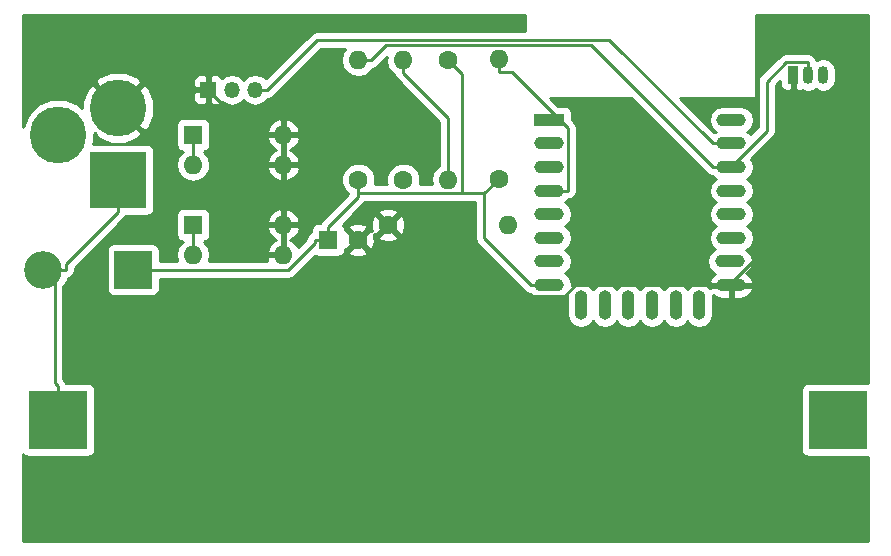
<source format=gbr>
G04 #@! TF.FileFunction,Copper,L2,Bot,Signal*
%FSLAX46Y46*%
G04 Gerber Fmt 4.6, Leading zero omitted, Abs format (unit mm)*
G04 Created by KiCad (PCBNEW 4.0.6+dfsg1-1) date Thu Nov  9 23:11:41 2017*
%MOMM*%
%LPD*%
G01*
G04 APERTURE LIST*
%ADD10C,0.100000*%
%ADD11R,5.000000X5.000000*%
%ADD12R,1.600000X1.600000*%
%ADD13C,1.600000*%
%ADD14R,3.200000X3.200000*%
%ADD15O,3.200000X3.200000*%
%ADD16R,1.350000X1.350000*%
%ADD17O,1.350000X1.350000*%
%ADD18C,4.800000*%
%ADD19R,4.800000X4.800000*%
%ADD20O,1.600000X1.600000*%
%ADD21R,2.500000X1.100000*%
%ADD22O,2.500000X1.100000*%
%ADD23O,1.100000X2.500000*%
%ADD24O,0.899160X1.501140*%
%ADD25R,0.899160X1.501140*%
%ADD26C,0.250000*%
%ADD27C,0.254000*%
G04 APERTURE END LIST*
D10*
D11*
X158750000Y-105410000D03*
X92710000Y-105410000D03*
D12*
X115570000Y-90170000D03*
D13*
X118070000Y-90170000D03*
D14*
X99060000Y-92710000D03*
D15*
X91440000Y-92710000D03*
D16*
X105410000Y-77470000D03*
D17*
X107410000Y-77470000D03*
X109410000Y-77470000D03*
D18*
X97790000Y-78990000D03*
D19*
X97790000Y-85090000D03*
D18*
X92710000Y-81280000D03*
D13*
X130000000Y-85000000D03*
D20*
X130000000Y-74840000D03*
D13*
X125730000Y-74930000D03*
D20*
X125730000Y-85090000D03*
D13*
X121920000Y-85090000D03*
D20*
X121920000Y-74930000D03*
D13*
X118110000Y-85090000D03*
D20*
X118110000Y-74930000D03*
D13*
X120650000Y-88900000D03*
D20*
X130810000Y-88900000D03*
D12*
X104140000Y-81280000D03*
D20*
X111760000Y-83820000D03*
X104140000Y-83820000D03*
X111760000Y-81280000D03*
D12*
X104140000Y-88900000D03*
D20*
X111760000Y-91440000D03*
X104140000Y-91440000D03*
X111760000Y-88900000D03*
D21*
X134300000Y-80000000D03*
D22*
X134300000Y-82000000D03*
X134300000Y-84000000D03*
X134300000Y-86000000D03*
X134300000Y-88000000D03*
X134300000Y-90000000D03*
X134300000Y-92000000D03*
X134300000Y-94000000D03*
X149700000Y-94000000D03*
X149600000Y-92000000D03*
X149700000Y-90000000D03*
X149700000Y-88000000D03*
X149700000Y-86000000D03*
X149700000Y-84000000D03*
X149700000Y-82000000D03*
X149700000Y-80000000D03*
D23*
X136990000Y-95700000D03*
X138990000Y-95700000D03*
X140990000Y-95700000D03*
X142990000Y-95700000D03*
X144990000Y-95700000D03*
X146990000Y-95700000D03*
D24*
X156210000Y-76200000D03*
X157480000Y-76200000D03*
D25*
X154940000Y-76200000D03*
D26*
X93365300Y-92240000D02*
X93365300Y-92710000D01*
X97790000Y-87815300D02*
X93365300Y-92240000D01*
X97790000Y-85090000D02*
X97790000Y-87815300D01*
X91440000Y-92710000D02*
X92402700Y-92710000D01*
X92402700Y-92710000D02*
X93365300Y-92710000D01*
X92402700Y-102277400D02*
X92710000Y-102584700D01*
X92402700Y-92710000D02*
X92402700Y-102277400D01*
X92710000Y-105410000D02*
X92710000Y-102584700D01*
X111760000Y-91440000D02*
X111760000Y-88900000D01*
X111760000Y-88900000D02*
X111760000Y-83820000D01*
X111760000Y-81280000D02*
X111760000Y-83820000D01*
X109220000Y-81280000D02*
X111760000Y-81280000D01*
X105410000Y-77470000D02*
X109220000Y-81280000D01*
X149542900Y-94000000D02*
X149000000Y-94000000D01*
X154940000Y-88602900D02*
X149542900Y-94000000D01*
X154940000Y-76200000D02*
X154940000Y-88602900D01*
X126636100Y-94886100D02*
X120650000Y-88900000D01*
X135607800Y-94886100D02*
X126636100Y-94886100D01*
X136493900Y-94000000D02*
X135607800Y-94886100D01*
X149000000Y-94000000D02*
X136493900Y-94000000D01*
X115570000Y-90170000D02*
X115570000Y-89044700D01*
X114444700Y-90451300D02*
X114444700Y-90170000D01*
X112186000Y-92710000D02*
X114444700Y-90451300D01*
X99060000Y-92710000D02*
X112186000Y-92710000D01*
X115570000Y-90170000D02*
X114444700Y-90170000D01*
X118110000Y-86504700D02*
X118110000Y-86239400D01*
X115570000Y-89044700D02*
X118110000Y-86504700D01*
X118110000Y-86239400D02*
X118110000Y-85090000D01*
X135000000Y-94000000D02*
X132724700Y-94000000D01*
X128760600Y-90035900D02*
X132724700Y-94000000D01*
X128760600Y-86239400D02*
X128760600Y-90035900D01*
X130000000Y-85000000D02*
X128760600Y-86239400D01*
X126922800Y-76122800D02*
X125730000Y-74930000D01*
X126922800Y-86239400D02*
X126922800Y-76122800D01*
X128760600Y-86239400D02*
X126922800Y-86239400D01*
X126922800Y-86239400D02*
X118110000Y-86239400D01*
X114631900Y-73248400D02*
X110410300Y-77470000D01*
X139373100Y-73248400D02*
X114631900Y-73248400D01*
X148124700Y-82000000D02*
X139373100Y-73248400D01*
X149000000Y-82000000D02*
X148124700Y-82000000D01*
X109410000Y-77470000D02*
X110410300Y-77470000D01*
X104140000Y-83820000D02*
X104140000Y-81280000D01*
X135000000Y-80000000D02*
X135160000Y-80000000D01*
X131125300Y-75965300D02*
X130000000Y-75965300D01*
X135160000Y-80000000D02*
X131125300Y-75965300D01*
X130000000Y-74840000D02*
X130000000Y-75965300D01*
X135875300Y-80715300D02*
X135160000Y-80000000D01*
X135875300Y-86000000D02*
X135875300Y-80715300D01*
X135000000Y-86000000D02*
X135875300Y-86000000D01*
X104140000Y-91440000D02*
X104140000Y-88900000D01*
X125730000Y-79865300D02*
X121920000Y-76055300D01*
X125730000Y-85090000D02*
X125730000Y-79865300D01*
X121920000Y-74930000D02*
X121920000Y-76055300D01*
X156210000Y-76200000D02*
X156210000Y-75124100D01*
X149642000Y-84000000D02*
X149000000Y-84000000D01*
X152692100Y-80949900D02*
X149642000Y-84000000D01*
X152692100Y-76781300D02*
X152692100Y-80949900D01*
X154349300Y-75124100D02*
X152692100Y-76781300D01*
X156210000Y-75124100D02*
X154349300Y-75124100D01*
X120465500Y-73699800D02*
X119235300Y-74930000D01*
X137824500Y-73699800D02*
X120465500Y-73699800D01*
X148124700Y-84000000D02*
X137824500Y-73699800D01*
X149000000Y-84000000D02*
X148124700Y-84000000D01*
X118110000Y-74930000D02*
X119235300Y-74930000D01*
D27*
G36*
X132273000Y-72488400D02*
X114631900Y-72488400D01*
X114341061Y-72546252D01*
X114094499Y-72710999D01*
X110307034Y-76498464D01*
X109911315Y-76234054D01*
X109410000Y-76134336D01*
X108908685Y-76234054D01*
X108483690Y-76518026D01*
X108410000Y-76628311D01*
X108336310Y-76518026D01*
X107911315Y-76234054D01*
X107410000Y-76134336D01*
X106908685Y-76234054D01*
X106616986Y-76428961D01*
X106444699Y-76256673D01*
X106211310Y-76160000D01*
X105695750Y-76160000D01*
X105537000Y-76318750D01*
X105537000Y-77343000D01*
X105557000Y-77343000D01*
X105557000Y-77597000D01*
X105537000Y-77597000D01*
X105537000Y-78621250D01*
X105695750Y-78780000D01*
X106211310Y-78780000D01*
X106444699Y-78683327D01*
X106616986Y-78511039D01*
X106908685Y-78705946D01*
X107410000Y-78805664D01*
X107911315Y-78705946D01*
X108336310Y-78421974D01*
X108410000Y-78311689D01*
X108483690Y-78421974D01*
X108908685Y-78705946D01*
X109410000Y-78805664D01*
X109911315Y-78705946D01*
X110336310Y-78421974D01*
X110472903Y-78217547D01*
X110701139Y-78172148D01*
X110947701Y-78007401D01*
X114946702Y-74008400D01*
X117014311Y-74008400D01*
X116784233Y-74352736D01*
X116675000Y-74901887D01*
X116675000Y-74958113D01*
X116784233Y-75507264D01*
X117095302Y-75972811D01*
X117560849Y-76283880D01*
X118110000Y-76393113D01*
X118659151Y-76283880D01*
X119124698Y-75972811D01*
X119325679Y-75672022D01*
X119526139Y-75632148D01*
X119772701Y-75467401D01*
X120521447Y-74718655D01*
X120485000Y-74901887D01*
X120485000Y-74958113D01*
X120594233Y-75507264D01*
X120905302Y-75972811D01*
X121180118Y-76156437D01*
X121217852Y-76346139D01*
X121382599Y-76592701D01*
X124970000Y-80180102D01*
X124970000Y-83877005D01*
X124715302Y-84047189D01*
X124404233Y-84512736D01*
X124295000Y-85061887D01*
X124295000Y-85118113D01*
X124366865Y-85479400D01*
X123312101Y-85479400D01*
X123354750Y-85376691D01*
X123355248Y-84805813D01*
X123137243Y-84278200D01*
X122733923Y-83874176D01*
X122206691Y-83655250D01*
X121635813Y-83654752D01*
X121108200Y-83872757D01*
X120704176Y-84276077D01*
X120485250Y-84803309D01*
X120484752Y-85374187D01*
X120528225Y-85479400D01*
X119502101Y-85479400D01*
X119544750Y-85376691D01*
X119545248Y-84805813D01*
X119327243Y-84278200D01*
X118923923Y-83874176D01*
X118396691Y-83655250D01*
X117825813Y-83654752D01*
X117298200Y-83872757D01*
X116894176Y-84276077D01*
X116675250Y-84803309D01*
X116674752Y-85374187D01*
X116892757Y-85901800D01*
X117265103Y-86274795D01*
X115032599Y-88507299D01*
X114888767Y-88722560D01*
X114770000Y-88722560D01*
X114534683Y-88766838D01*
X114318559Y-88905910D01*
X114173569Y-89118110D01*
X114122560Y-89370000D01*
X114122560Y-89488767D01*
X113907299Y-89632599D01*
X113742552Y-89879161D01*
X113693019Y-90128179D01*
X113028407Y-90792791D01*
X112991041Y-90702577D01*
X112615134Y-90287611D01*
X112366633Y-90170000D01*
X112615134Y-90052389D01*
X112991041Y-89637423D01*
X113151904Y-89249039D01*
X113029915Y-89027000D01*
X111887000Y-89027000D01*
X111887000Y-91313000D01*
X111907000Y-91313000D01*
X111907000Y-91567000D01*
X111887000Y-91567000D01*
X111887000Y-91587000D01*
X111633000Y-91587000D01*
X111633000Y-91567000D01*
X110490085Y-91567000D01*
X110368096Y-91789039D01*
X110434764Y-91950000D01*
X105501668Y-91950000D01*
X105603113Y-91440000D01*
X105493880Y-90890849D01*
X105182811Y-90425302D01*
X105038535Y-90328899D01*
X105175317Y-90303162D01*
X105391441Y-90164090D01*
X105536431Y-89951890D01*
X105587440Y-89700000D01*
X105587440Y-89249039D01*
X110368096Y-89249039D01*
X110528959Y-89637423D01*
X110904866Y-90052389D01*
X111153367Y-90170000D01*
X110904866Y-90287611D01*
X110528959Y-90702577D01*
X110368096Y-91090961D01*
X110490085Y-91313000D01*
X111633000Y-91313000D01*
X111633000Y-89027000D01*
X110490085Y-89027000D01*
X110368096Y-89249039D01*
X105587440Y-89249039D01*
X105587440Y-88550961D01*
X110368096Y-88550961D01*
X110490085Y-88773000D01*
X111633000Y-88773000D01*
X111633000Y-87629371D01*
X111887000Y-87629371D01*
X111887000Y-88773000D01*
X113029915Y-88773000D01*
X113151904Y-88550961D01*
X112991041Y-88162577D01*
X112615134Y-87747611D01*
X112109041Y-87508086D01*
X111887000Y-87629371D01*
X111633000Y-87629371D01*
X111410959Y-87508086D01*
X110904866Y-87747611D01*
X110528959Y-88162577D01*
X110368096Y-88550961D01*
X105587440Y-88550961D01*
X105587440Y-88100000D01*
X105543162Y-87864683D01*
X105404090Y-87648559D01*
X105191890Y-87503569D01*
X104940000Y-87452560D01*
X103340000Y-87452560D01*
X103104683Y-87496838D01*
X102888559Y-87635910D01*
X102743569Y-87848110D01*
X102692560Y-88100000D01*
X102692560Y-89700000D01*
X102736838Y-89935317D01*
X102875910Y-90151441D01*
X103088110Y-90296431D01*
X103243089Y-90327815D01*
X103097189Y-90425302D01*
X102786120Y-90890849D01*
X102676887Y-91440000D01*
X102778332Y-91950000D01*
X101307440Y-91950000D01*
X101307440Y-91110000D01*
X101263162Y-90874683D01*
X101124090Y-90658559D01*
X100911890Y-90513569D01*
X100660000Y-90462560D01*
X97460000Y-90462560D01*
X97224683Y-90506838D01*
X97008559Y-90645910D01*
X96863569Y-90858110D01*
X96812560Y-91110000D01*
X96812560Y-94310000D01*
X96856838Y-94545317D01*
X96995910Y-94761441D01*
X97208110Y-94906431D01*
X97460000Y-94957440D01*
X100660000Y-94957440D01*
X100895317Y-94913162D01*
X101111441Y-94774090D01*
X101256431Y-94561890D01*
X101307440Y-94310000D01*
X101307440Y-93470000D01*
X112186000Y-93470000D01*
X112476839Y-93412148D01*
X112723401Y-93247401D01*
X114450540Y-91520262D01*
X114518110Y-91566431D01*
X114770000Y-91617440D01*
X116370000Y-91617440D01*
X116605317Y-91573162D01*
X116821441Y-91434090D01*
X116966431Y-91221890D01*
X116975370Y-91177745D01*
X117241861Y-91177745D01*
X117315995Y-91423864D01*
X117853223Y-91616965D01*
X118423454Y-91589778D01*
X118824005Y-91423864D01*
X118898139Y-91177745D01*
X118070000Y-90349605D01*
X117241861Y-91177745D01*
X116975370Y-91177745D01*
X117014646Y-90983799D01*
X117062255Y-90998139D01*
X117890395Y-90170000D01*
X118249605Y-90170000D01*
X119077745Y-90998139D01*
X119323864Y-90924005D01*
X119516965Y-90386777D01*
X119494127Y-89907745D01*
X119821861Y-89907745D01*
X119895995Y-90153864D01*
X120433223Y-90346965D01*
X121003454Y-90319778D01*
X121404005Y-90153864D01*
X121478139Y-89907745D01*
X120650000Y-89079605D01*
X119821861Y-89907745D01*
X119494127Y-89907745D01*
X119489778Y-89816546D01*
X119426202Y-89663061D01*
X119642255Y-89728139D01*
X120470395Y-88900000D01*
X120829605Y-88900000D01*
X121657745Y-89728139D01*
X121903864Y-89654005D01*
X122096965Y-89116777D01*
X122069778Y-88546546D01*
X121903864Y-88145995D01*
X121657745Y-88071861D01*
X120829605Y-88900000D01*
X120470395Y-88900000D01*
X119642255Y-88071861D01*
X119396136Y-88145995D01*
X119203035Y-88683223D01*
X119230222Y-89253454D01*
X119293798Y-89406939D01*
X119077745Y-89341861D01*
X118249605Y-90170000D01*
X117890395Y-90170000D01*
X117062255Y-89341861D01*
X117014833Y-89356145D01*
X116978351Y-89162255D01*
X117241861Y-89162255D01*
X118070000Y-89990395D01*
X118898139Y-89162255D01*
X118824005Y-88916136D01*
X118286777Y-88723035D01*
X117716546Y-88750222D01*
X117315995Y-88916136D01*
X117241861Y-89162255D01*
X116978351Y-89162255D01*
X116973162Y-89134683D01*
X116834090Y-88918559D01*
X116796576Y-88892926D01*
X117797247Y-87892255D01*
X119821861Y-87892255D01*
X120650000Y-88720395D01*
X121478139Y-87892255D01*
X121404005Y-87646136D01*
X120866777Y-87453035D01*
X120296546Y-87480222D01*
X119895995Y-87646136D01*
X119821861Y-87892255D01*
X117797247Y-87892255D01*
X118647401Y-87042101D01*
X118675933Y-86999400D01*
X128000600Y-86999400D01*
X128000600Y-90035900D01*
X128058452Y-90326739D01*
X128223199Y-90573301D01*
X132187299Y-94537401D01*
X132433861Y-94702148D01*
X132665171Y-94748159D01*
X132725149Y-94837922D01*
X133109591Y-95094797D01*
X133563071Y-95185000D01*
X135036929Y-95185000D01*
X135490409Y-95094797D01*
X135823003Y-94872566D01*
X135805000Y-94963071D01*
X135805000Y-96436929D01*
X135895203Y-96890409D01*
X136152078Y-97274851D01*
X136536520Y-97531726D01*
X136990000Y-97621929D01*
X137443480Y-97531726D01*
X137827922Y-97274851D01*
X137990000Y-97032283D01*
X138152078Y-97274851D01*
X138536520Y-97531726D01*
X138990000Y-97621929D01*
X139443480Y-97531726D01*
X139827922Y-97274851D01*
X139990000Y-97032283D01*
X140152078Y-97274851D01*
X140536520Y-97531726D01*
X140990000Y-97621929D01*
X141443480Y-97531726D01*
X141827922Y-97274851D01*
X141990000Y-97032283D01*
X142152078Y-97274851D01*
X142536520Y-97531726D01*
X142990000Y-97621929D01*
X143443480Y-97531726D01*
X143827922Y-97274851D01*
X143990000Y-97032283D01*
X144152078Y-97274851D01*
X144536520Y-97531726D01*
X144990000Y-97621929D01*
X145443480Y-97531726D01*
X145827922Y-97274851D01*
X145990000Y-97032283D01*
X146152078Y-97274851D01*
X146536520Y-97531726D01*
X146990000Y-97621929D01*
X147443480Y-97531726D01*
X147827922Y-97274851D01*
X148084797Y-96890409D01*
X148175000Y-96436929D01*
X148175000Y-94963071D01*
X148144190Y-94808177D01*
X148429187Y-95046196D01*
X148873000Y-95185000D01*
X149573000Y-95185000D01*
X149573000Y-94127000D01*
X149827000Y-94127000D01*
X149827000Y-95185000D01*
X150527000Y-95185000D01*
X150970813Y-95046196D01*
X151327724Y-94748118D01*
X151543398Y-94336146D01*
X151543803Y-94309744D01*
X151418361Y-94127000D01*
X149827000Y-94127000D01*
X149573000Y-94127000D01*
X147981639Y-94127000D01*
X147904371Y-94239564D01*
X147827922Y-94125149D01*
X147443480Y-93868274D01*
X146990000Y-93778071D01*
X146536520Y-93868274D01*
X146152078Y-94125149D01*
X145990000Y-94367717D01*
X145827922Y-94125149D01*
X145443480Y-93868274D01*
X144990000Y-93778071D01*
X144536520Y-93868274D01*
X144152078Y-94125149D01*
X143990000Y-94367717D01*
X143827922Y-94125149D01*
X143443480Y-93868274D01*
X142990000Y-93778071D01*
X142536520Y-93868274D01*
X142152078Y-94125149D01*
X141990000Y-94367717D01*
X141827922Y-94125149D01*
X141443480Y-93868274D01*
X140990000Y-93778071D01*
X140536520Y-93868274D01*
X140152078Y-94125149D01*
X139990000Y-94367717D01*
X139827922Y-94125149D01*
X139443480Y-93868274D01*
X138990000Y-93778071D01*
X138536520Y-93868274D01*
X138152078Y-94125149D01*
X137990000Y-94367717D01*
X137827922Y-94125149D01*
X137443480Y-93868274D01*
X136990000Y-93778071D01*
X136536520Y-93868274D01*
X136203926Y-94090505D01*
X136221929Y-94000000D01*
X136131726Y-93546520D01*
X135874851Y-93162078D01*
X135632283Y-93000000D01*
X135874851Y-92837922D01*
X136131726Y-92453480D01*
X136221929Y-92000000D01*
X136131726Y-91546520D01*
X135874851Y-91162078D01*
X135632283Y-91000000D01*
X135874851Y-90837922D01*
X136131726Y-90453480D01*
X136221929Y-90000000D01*
X136131726Y-89546520D01*
X135874851Y-89162078D01*
X135632283Y-89000000D01*
X135874851Y-88837922D01*
X136131726Y-88453480D01*
X136221929Y-88000000D01*
X136131726Y-87546520D01*
X135874851Y-87162078D01*
X135632283Y-87000000D01*
X135874851Y-86837922D01*
X135934829Y-86748159D01*
X136166139Y-86702148D01*
X136412701Y-86537401D01*
X136577448Y-86290839D01*
X136635300Y-86000000D01*
X136635300Y-80715300D01*
X136577448Y-80424461D01*
X136412701Y-80177899D01*
X136197440Y-79962638D01*
X136197440Y-79450000D01*
X136153162Y-79214683D01*
X136014090Y-78998559D01*
X135801890Y-78853569D01*
X135550000Y-78802560D01*
X135037362Y-78802560D01*
X134361802Y-78127000D01*
X141176898Y-78127000D01*
X147587299Y-84537401D01*
X147833861Y-84702148D01*
X148065171Y-84748159D01*
X148125149Y-84837922D01*
X148367717Y-85000000D01*
X148125149Y-85162078D01*
X147868274Y-85546520D01*
X147778071Y-86000000D01*
X147868274Y-86453480D01*
X148125149Y-86837922D01*
X148367717Y-87000000D01*
X148125149Y-87162078D01*
X147868274Y-87546520D01*
X147778071Y-88000000D01*
X147868274Y-88453480D01*
X148125149Y-88837922D01*
X148367717Y-89000000D01*
X148125149Y-89162078D01*
X147868274Y-89546520D01*
X147778071Y-90000000D01*
X147868274Y-90453480D01*
X148125149Y-90837922D01*
X148317717Y-90966591D01*
X148025149Y-91162078D01*
X147768274Y-91546520D01*
X147678071Y-92000000D01*
X147768274Y-92453480D01*
X148025149Y-92837922D01*
X148326691Y-93039405D01*
X148072276Y-93251882D01*
X147856602Y-93663854D01*
X147856197Y-93690256D01*
X147981639Y-93873000D01*
X149573000Y-93873000D01*
X149573000Y-93853000D01*
X149827000Y-93853000D01*
X149827000Y-93873000D01*
X151418361Y-93873000D01*
X151543803Y-93690256D01*
X151543398Y-93663854D01*
X151327724Y-93251882D01*
X150984417Y-92965165D01*
X151174851Y-92837922D01*
X151431726Y-92453480D01*
X151521929Y-92000000D01*
X151431726Y-91546520D01*
X151174851Y-91162078D01*
X150982283Y-91033409D01*
X151274851Y-90837922D01*
X151531726Y-90453480D01*
X151621929Y-90000000D01*
X151531726Y-89546520D01*
X151274851Y-89162078D01*
X151032283Y-89000000D01*
X151274851Y-88837922D01*
X151531726Y-88453480D01*
X151621929Y-88000000D01*
X151531726Y-87546520D01*
X151274851Y-87162078D01*
X151032283Y-87000000D01*
X151274851Y-86837922D01*
X151531726Y-86453480D01*
X151621929Y-86000000D01*
X151531726Y-85546520D01*
X151274851Y-85162078D01*
X151032283Y-85000000D01*
X151274851Y-84837922D01*
X151531726Y-84453480D01*
X151621929Y-84000000D01*
X151531726Y-83546520D01*
X151386952Y-83329850D01*
X153229501Y-81487301D01*
X153394248Y-81240739D01*
X153452100Y-80949900D01*
X153452100Y-77096102D01*
X153855420Y-76692782D01*
X153855420Y-77076880D01*
X153952093Y-77310269D01*
X154130722Y-77488897D01*
X154364111Y-77585570D01*
X154654250Y-77585570D01*
X154813000Y-77426820D01*
X154813000Y-76327000D01*
X154793000Y-76327000D01*
X154793000Y-76073000D01*
X154813000Y-76073000D01*
X154813000Y-76053000D01*
X155067000Y-76053000D01*
X155067000Y-76073000D01*
X155087000Y-76073000D01*
X155087000Y-76327000D01*
X155067000Y-76327000D01*
X155067000Y-77426820D01*
X155225750Y-77585570D01*
X155515889Y-77585570D01*
X155739353Y-77493008D01*
X155794949Y-77530156D01*
X156210000Y-77612715D01*
X156625051Y-77530156D01*
X156845000Y-77383191D01*
X157064949Y-77530156D01*
X157480000Y-77612715D01*
X157895051Y-77530156D01*
X158246914Y-77295049D01*
X158482021Y-76943186D01*
X158564580Y-76528135D01*
X158564580Y-75871865D01*
X158482021Y-75456814D01*
X158246914Y-75104951D01*
X157895051Y-74869844D01*
X157480000Y-74787285D01*
X157064949Y-74869844D01*
X156936497Y-74955673D01*
X156912148Y-74833261D01*
X156747401Y-74586699D01*
X156500839Y-74421952D01*
X156210000Y-74364100D01*
X154349300Y-74364100D01*
X154058461Y-74421952D01*
X153811899Y-74586699D01*
X152154699Y-76243899D01*
X151989952Y-76490461D01*
X151932100Y-76781300D01*
X151932100Y-80635098D01*
X151327029Y-81240169D01*
X151274851Y-81162078D01*
X151032283Y-81000000D01*
X151274851Y-80837922D01*
X151531726Y-80453480D01*
X151621929Y-80000000D01*
X151531726Y-79546520D01*
X151274851Y-79162078D01*
X150890409Y-78905203D01*
X150436929Y-78815000D01*
X148963071Y-78815000D01*
X148509591Y-78905203D01*
X148125149Y-79162078D01*
X147868274Y-79546520D01*
X147778071Y-80000000D01*
X147868274Y-80453480D01*
X148125149Y-80837922D01*
X148367717Y-81000000D01*
X148266879Y-81067377D01*
X145326502Y-78127000D01*
X151700000Y-78127000D01*
X151749410Y-78116994D01*
X151791035Y-78088553D01*
X151818315Y-78046159D01*
X151827000Y-78000000D01*
X151827000Y-71110000D01*
X161290000Y-71110000D01*
X161290000Y-102270660D01*
X161250000Y-102262560D01*
X156250000Y-102262560D01*
X156014683Y-102306838D01*
X155798559Y-102445910D01*
X155653569Y-102658110D01*
X155602560Y-102910000D01*
X155602560Y-107910000D01*
X155646838Y-108145317D01*
X155785910Y-108361441D01*
X155998110Y-108506431D01*
X156250000Y-108557440D01*
X161250000Y-108557440D01*
X161290000Y-108549913D01*
X161290000Y-115690000D01*
X89710000Y-115690000D01*
X89710000Y-108305635D01*
X89745910Y-108361441D01*
X89958110Y-108506431D01*
X90210000Y-108557440D01*
X95210000Y-108557440D01*
X95445317Y-108513162D01*
X95661441Y-108374090D01*
X95806431Y-108161890D01*
X95857440Y-107910000D01*
X95857440Y-102910000D01*
X95813162Y-102674683D01*
X95674090Y-102458559D01*
X95461890Y-102313569D01*
X95210000Y-102262560D01*
X93391233Y-102262560D01*
X93247401Y-102047299D01*
X93162700Y-101962598D01*
X93162700Y-94142923D01*
X93548657Y-93565297D01*
X93575947Y-93428099D01*
X93656139Y-93412148D01*
X93902701Y-93247401D01*
X94067448Y-93000839D01*
X94125300Y-92710000D01*
X94125300Y-92554802D01*
X98327401Y-88352701D01*
X98471233Y-88137440D01*
X100190000Y-88137440D01*
X100425317Y-88093162D01*
X100641441Y-87954090D01*
X100786431Y-87741890D01*
X100837440Y-87490000D01*
X100837440Y-83820000D01*
X102676887Y-83820000D01*
X102786120Y-84369151D01*
X103097189Y-84834698D01*
X103562736Y-85145767D01*
X104111887Y-85255000D01*
X104168113Y-85255000D01*
X104717264Y-85145767D01*
X105182811Y-84834698D01*
X105493880Y-84369151D01*
X105533684Y-84169039D01*
X110368096Y-84169039D01*
X110528959Y-84557423D01*
X110904866Y-84972389D01*
X111410959Y-85211914D01*
X111633000Y-85090629D01*
X111633000Y-83947000D01*
X111887000Y-83947000D01*
X111887000Y-85090629D01*
X112109041Y-85211914D01*
X112615134Y-84972389D01*
X112991041Y-84557423D01*
X113151904Y-84169039D01*
X113029915Y-83947000D01*
X111887000Y-83947000D01*
X111633000Y-83947000D01*
X110490085Y-83947000D01*
X110368096Y-84169039D01*
X105533684Y-84169039D01*
X105603113Y-83820000D01*
X105493880Y-83270849D01*
X105182811Y-82805302D01*
X105038535Y-82708899D01*
X105175317Y-82683162D01*
X105391441Y-82544090D01*
X105536431Y-82331890D01*
X105587440Y-82080000D01*
X105587440Y-81629039D01*
X110368096Y-81629039D01*
X110528959Y-82017423D01*
X110904866Y-82432389D01*
X111153367Y-82550000D01*
X110904866Y-82667611D01*
X110528959Y-83082577D01*
X110368096Y-83470961D01*
X110490085Y-83693000D01*
X111633000Y-83693000D01*
X111633000Y-81407000D01*
X111887000Y-81407000D01*
X111887000Y-83693000D01*
X113029915Y-83693000D01*
X113151904Y-83470961D01*
X112991041Y-83082577D01*
X112615134Y-82667611D01*
X112366633Y-82550000D01*
X112615134Y-82432389D01*
X112991041Y-82017423D01*
X113151904Y-81629039D01*
X113029915Y-81407000D01*
X111887000Y-81407000D01*
X111633000Y-81407000D01*
X110490085Y-81407000D01*
X110368096Y-81629039D01*
X105587440Y-81629039D01*
X105587440Y-80930961D01*
X110368096Y-80930961D01*
X110490085Y-81153000D01*
X111633000Y-81153000D01*
X111633000Y-80009371D01*
X111887000Y-80009371D01*
X111887000Y-81153000D01*
X113029915Y-81153000D01*
X113151904Y-80930961D01*
X112991041Y-80542577D01*
X112615134Y-80127611D01*
X112109041Y-79888086D01*
X111887000Y-80009371D01*
X111633000Y-80009371D01*
X111410959Y-79888086D01*
X110904866Y-80127611D01*
X110528959Y-80542577D01*
X110368096Y-80930961D01*
X105587440Y-80930961D01*
X105587440Y-80480000D01*
X105543162Y-80244683D01*
X105404090Y-80028559D01*
X105191890Y-79883569D01*
X104940000Y-79832560D01*
X103340000Y-79832560D01*
X103104683Y-79876838D01*
X102888559Y-80015910D01*
X102743569Y-80228110D01*
X102692560Y-80480000D01*
X102692560Y-82080000D01*
X102736838Y-82315317D01*
X102875910Y-82531441D01*
X103088110Y-82676431D01*
X103243089Y-82707815D01*
X103097189Y-82805302D01*
X102786120Y-83270849D01*
X102676887Y-83820000D01*
X100837440Y-83820000D01*
X100837440Y-82690000D01*
X100793162Y-82454683D01*
X100654090Y-82238559D01*
X100441890Y-82093569D01*
X100190000Y-82042560D01*
X95679607Y-82042560D01*
X95744472Y-81886347D01*
X95745058Y-81214550D01*
X95805887Y-81153721D01*
X96075400Y-81566010D01*
X97191713Y-82026072D01*
X98399109Y-82023919D01*
X99504600Y-81566010D01*
X99774114Y-81153719D01*
X97790000Y-79169605D01*
X97775858Y-79183748D01*
X97596253Y-79004143D01*
X97610395Y-78990000D01*
X97969605Y-78990000D01*
X99953719Y-80974114D01*
X100366010Y-80704600D01*
X100826072Y-79588287D01*
X100823919Y-78380891D01*
X100564978Y-77755750D01*
X104100000Y-77755750D01*
X104100000Y-78271309D01*
X104196673Y-78504698D01*
X104375301Y-78683327D01*
X104608690Y-78780000D01*
X105124250Y-78780000D01*
X105283000Y-78621250D01*
X105283000Y-77597000D01*
X104258750Y-77597000D01*
X104100000Y-77755750D01*
X100564978Y-77755750D01*
X100366010Y-77275400D01*
X99953719Y-77005886D01*
X97969605Y-78990000D01*
X97610395Y-78990000D01*
X95626281Y-77005886D01*
X95213990Y-77275400D01*
X94753928Y-78391713D01*
X94755071Y-79032755D01*
X94431434Y-78708553D01*
X93316347Y-78245528D01*
X92108950Y-78244474D01*
X90993057Y-78705552D01*
X90138553Y-79558566D01*
X89710000Y-80590635D01*
X89710000Y-76826281D01*
X95805886Y-76826281D01*
X97790000Y-78810395D01*
X99774114Y-76826281D01*
X99671098Y-76668691D01*
X104100000Y-76668691D01*
X104100000Y-77184250D01*
X104258750Y-77343000D01*
X105283000Y-77343000D01*
X105283000Y-76318750D01*
X105124250Y-76160000D01*
X104608690Y-76160000D01*
X104375301Y-76256673D01*
X104196673Y-76435302D01*
X104100000Y-76668691D01*
X99671098Y-76668691D01*
X99504600Y-76413990D01*
X98388287Y-75953928D01*
X97180891Y-75956081D01*
X96075400Y-76413990D01*
X95805886Y-76826281D01*
X89710000Y-76826281D01*
X89710000Y-71110000D01*
X132273000Y-71110000D01*
X132273000Y-72488400D01*
X132273000Y-72488400D01*
G37*
X132273000Y-72488400D02*
X114631900Y-72488400D01*
X114341061Y-72546252D01*
X114094499Y-72710999D01*
X110307034Y-76498464D01*
X109911315Y-76234054D01*
X109410000Y-76134336D01*
X108908685Y-76234054D01*
X108483690Y-76518026D01*
X108410000Y-76628311D01*
X108336310Y-76518026D01*
X107911315Y-76234054D01*
X107410000Y-76134336D01*
X106908685Y-76234054D01*
X106616986Y-76428961D01*
X106444699Y-76256673D01*
X106211310Y-76160000D01*
X105695750Y-76160000D01*
X105537000Y-76318750D01*
X105537000Y-77343000D01*
X105557000Y-77343000D01*
X105557000Y-77597000D01*
X105537000Y-77597000D01*
X105537000Y-78621250D01*
X105695750Y-78780000D01*
X106211310Y-78780000D01*
X106444699Y-78683327D01*
X106616986Y-78511039D01*
X106908685Y-78705946D01*
X107410000Y-78805664D01*
X107911315Y-78705946D01*
X108336310Y-78421974D01*
X108410000Y-78311689D01*
X108483690Y-78421974D01*
X108908685Y-78705946D01*
X109410000Y-78805664D01*
X109911315Y-78705946D01*
X110336310Y-78421974D01*
X110472903Y-78217547D01*
X110701139Y-78172148D01*
X110947701Y-78007401D01*
X114946702Y-74008400D01*
X117014311Y-74008400D01*
X116784233Y-74352736D01*
X116675000Y-74901887D01*
X116675000Y-74958113D01*
X116784233Y-75507264D01*
X117095302Y-75972811D01*
X117560849Y-76283880D01*
X118110000Y-76393113D01*
X118659151Y-76283880D01*
X119124698Y-75972811D01*
X119325679Y-75672022D01*
X119526139Y-75632148D01*
X119772701Y-75467401D01*
X120521447Y-74718655D01*
X120485000Y-74901887D01*
X120485000Y-74958113D01*
X120594233Y-75507264D01*
X120905302Y-75972811D01*
X121180118Y-76156437D01*
X121217852Y-76346139D01*
X121382599Y-76592701D01*
X124970000Y-80180102D01*
X124970000Y-83877005D01*
X124715302Y-84047189D01*
X124404233Y-84512736D01*
X124295000Y-85061887D01*
X124295000Y-85118113D01*
X124366865Y-85479400D01*
X123312101Y-85479400D01*
X123354750Y-85376691D01*
X123355248Y-84805813D01*
X123137243Y-84278200D01*
X122733923Y-83874176D01*
X122206691Y-83655250D01*
X121635813Y-83654752D01*
X121108200Y-83872757D01*
X120704176Y-84276077D01*
X120485250Y-84803309D01*
X120484752Y-85374187D01*
X120528225Y-85479400D01*
X119502101Y-85479400D01*
X119544750Y-85376691D01*
X119545248Y-84805813D01*
X119327243Y-84278200D01*
X118923923Y-83874176D01*
X118396691Y-83655250D01*
X117825813Y-83654752D01*
X117298200Y-83872757D01*
X116894176Y-84276077D01*
X116675250Y-84803309D01*
X116674752Y-85374187D01*
X116892757Y-85901800D01*
X117265103Y-86274795D01*
X115032599Y-88507299D01*
X114888767Y-88722560D01*
X114770000Y-88722560D01*
X114534683Y-88766838D01*
X114318559Y-88905910D01*
X114173569Y-89118110D01*
X114122560Y-89370000D01*
X114122560Y-89488767D01*
X113907299Y-89632599D01*
X113742552Y-89879161D01*
X113693019Y-90128179D01*
X113028407Y-90792791D01*
X112991041Y-90702577D01*
X112615134Y-90287611D01*
X112366633Y-90170000D01*
X112615134Y-90052389D01*
X112991041Y-89637423D01*
X113151904Y-89249039D01*
X113029915Y-89027000D01*
X111887000Y-89027000D01*
X111887000Y-91313000D01*
X111907000Y-91313000D01*
X111907000Y-91567000D01*
X111887000Y-91567000D01*
X111887000Y-91587000D01*
X111633000Y-91587000D01*
X111633000Y-91567000D01*
X110490085Y-91567000D01*
X110368096Y-91789039D01*
X110434764Y-91950000D01*
X105501668Y-91950000D01*
X105603113Y-91440000D01*
X105493880Y-90890849D01*
X105182811Y-90425302D01*
X105038535Y-90328899D01*
X105175317Y-90303162D01*
X105391441Y-90164090D01*
X105536431Y-89951890D01*
X105587440Y-89700000D01*
X105587440Y-89249039D01*
X110368096Y-89249039D01*
X110528959Y-89637423D01*
X110904866Y-90052389D01*
X111153367Y-90170000D01*
X110904866Y-90287611D01*
X110528959Y-90702577D01*
X110368096Y-91090961D01*
X110490085Y-91313000D01*
X111633000Y-91313000D01*
X111633000Y-89027000D01*
X110490085Y-89027000D01*
X110368096Y-89249039D01*
X105587440Y-89249039D01*
X105587440Y-88550961D01*
X110368096Y-88550961D01*
X110490085Y-88773000D01*
X111633000Y-88773000D01*
X111633000Y-87629371D01*
X111887000Y-87629371D01*
X111887000Y-88773000D01*
X113029915Y-88773000D01*
X113151904Y-88550961D01*
X112991041Y-88162577D01*
X112615134Y-87747611D01*
X112109041Y-87508086D01*
X111887000Y-87629371D01*
X111633000Y-87629371D01*
X111410959Y-87508086D01*
X110904866Y-87747611D01*
X110528959Y-88162577D01*
X110368096Y-88550961D01*
X105587440Y-88550961D01*
X105587440Y-88100000D01*
X105543162Y-87864683D01*
X105404090Y-87648559D01*
X105191890Y-87503569D01*
X104940000Y-87452560D01*
X103340000Y-87452560D01*
X103104683Y-87496838D01*
X102888559Y-87635910D01*
X102743569Y-87848110D01*
X102692560Y-88100000D01*
X102692560Y-89700000D01*
X102736838Y-89935317D01*
X102875910Y-90151441D01*
X103088110Y-90296431D01*
X103243089Y-90327815D01*
X103097189Y-90425302D01*
X102786120Y-90890849D01*
X102676887Y-91440000D01*
X102778332Y-91950000D01*
X101307440Y-91950000D01*
X101307440Y-91110000D01*
X101263162Y-90874683D01*
X101124090Y-90658559D01*
X100911890Y-90513569D01*
X100660000Y-90462560D01*
X97460000Y-90462560D01*
X97224683Y-90506838D01*
X97008559Y-90645910D01*
X96863569Y-90858110D01*
X96812560Y-91110000D01*
X96812560Y-94310000D01*
X96856838Y-94545317D01*
X96995910Y-94761441D01*
X97208110Y-94906431D01*
X97460000Y-94957440D01*
X100660000Y-94957440D01*
X100895317Y-94913162D01*
X101111441Y-94774090D01*
X101256431Y-94561890D01*
X101307440Y-94310000D01*
X101307440Y-93470000D01*
X112186000Y-93470000D01*
X112476839Y-93412148D01*
X112723401Y-93247401D01*
X114450540Y-91520262D01*
X114518110Y-91566431D01*
X114770000Y-91617440D01*
X116370000Y-91617440D01*
X116605317Y-91573162D01*
X116821441Y-91434090D01*
X116966431Y-91221890D01*
X116975370Y-91177745D01*
X117241861Y-91177745D01*
X117315995Y-91423864D01*
X117853223Y-91616965D01*
X118423454Y-91589778D01*
X118824005Y-91423864D01*
X118898139Y-91177745D01*
X118070000Y-90349605D01*
X117241861Y-91177745D01*
X116975370Y-91177745D01*
X117014646Y-90983799D01*
X117062255Y-90998139D01*
X117890395Y-90170000D01*
X118249605Y-90170000D01*
X119077745Y-90998139D01*
X119323864Y-90924005D01*
X119516965Y-90386777D01*
X119494127Y-89907745D01*
X119821861Y-89907745D01*
X119895995Y-90153864D01*
X120433223Y-90346965D01*
X121003454Y-90319778D01*
X121404005Y-90153864D01*
X121478139Y-89907745D01*
X120650000Y-89079605D01*
X119821861Y-89907745D01*
X119494127Y-89907745D01*
X119489778Y-89816546D01*
X119426202Y-89663061D01*
X119642255Y-89728139D01*
X120470395Y-88900000D01*
X120829605Y-88900000D01*
X121657745Y-89728139D01*
X121903864Y-89654005D01*
X122096965Y-89116777D01*
X122069778Y-88546546D01*
X121903864Y-88145995D01*
X121657745Y-88071861D01*
X120829605Y-88900000D01*
X120470395Y-88900000D01*
X119642255Y-88071861D01*
X119396136Y-88145995D01*
X119203035Y-88683223D01*
X119230222Y-89253454D01*
X119293798Y-89406939D01*
X119077745Y-89341861D01*
X118249605Y-90170000D01*
X117890395Y-90170000D01*
X117062255Y-89341861D01*
X117014833Y-89356145D01*
X116978351Y-89162255D01*
X117241861Y-89162255D01*
X118070000Y-89990395D01*
X118898139Y-89162255D01*
X118824005Y-88916136D01*
X118286777Y-88723035D01*
X117716546Y-88750222D01*
X117315995Y-88916136D01*
X117241861Y-89162255D01*
X116978351Y-89162255D01*
X116973162Y-89134683D01*
X116834090Y-88918559D01*
X116796576Y-88892926D01*
X117797247Y-87892255D01*
X119821861Y-87892255D01*
X120650000Y-88720395D01*
X121478139Y-87892255D01*
X121404005Y-87646136D01*
X120866777Y-87453035D01*
X120296546Y-87480222D01*
X119895995Y-87646136D01*
X119821861Y-87892255D01*
X117797247Y-87892255D01*
X118647401Y-87042101D01*
X118675933Y-86999400D01*
X128000600Y-86999400D01*
X128000600Y-90035900D01*
X128058452Y-90326739D01*
X128223199Y-90573301D01*
X132187299Y-94537401D01*
X132433861Y-94702148D01*
X132665171Y-94748159D01*
X132725149Y-94837922D01*
X133109591Y-95094797D01*
X133563071Y-95185000D01*
X135036929Y-95185000D01*
X135490409Y-95094797D01*
X135823003Y-94872566D01*
X135805000Y-94963071D01*
X135805000Y-96436929D01*
X135895203Y-96890409D01*
X136152078Y-97274851D01*
X136536520Y-97531726D01*
X136990000Y-97621929D01*
X137443480Y-97531726D01*
X137827922Y-97274851D01*
X137990000Y-97032283D01*
X138152078Y-97274851D01*
X138536520Y-97531726D01*
X138990000Y-97621929D01*
X139443480Y-97531726D01*
X139827922Y-97274851D01*
X139990000Y-97032283D01*
X140152078Y-97274851D01*
X140536520Y-97531726D01*
X140990000Y-97621929D01*
X141443480Y-97531726D01*
X141827922Y-97274851D01*
X141990000Y-97032283D01*
X142152078Y-97274851D01*
X142536520Y-97531726D01*
X142990000Y-97621929D01*
X143443480Y-97531726D01*
X143827922Y-97274851D01*
X143990000Y-97032283D01*
X144152078Y-97274851D01*
X144536520Y-97531726D01*
X144990000Y-97621929D01*
X145443480Y-97531726D01*
X145827922Y-97274851D01*
X145990000Y-97032283D01*
X146152078Y-97274851D01*
X146536520Y-97531726D01*
X146990000Y-97621929D01*
X147443480Y-97531726D01*
X147827922Y-97274851D01*
X148084797Y-96890409D01*
X148175000Y-96436929D01*
X148175000Y-94963071D01*
X148144190Y-94808177D01*
X148429187Y-95046196D01*
X148873000Y-95185000D01*
X149573000Y-95185000D01*
X149573000Y-94127000D01*
X149827000Y-94127000D01*
X149827000Y-95185000D01*
X150527000Y-95185000D01*
X150970813Y-95046196D01*
X151327724Y-94748118D01*
X151543398Y-94336146D01*
X151543803Y-94309744D01*
X151418361Y-94127000D01*
X149827000Y-94127000D01*
X149573000Y-94127000D01*
X147981639Y-94127000D01*
X147904371Y-94239564D01*
X147827922Y-94125149D01*
X147443480Y-93868274D01*
X146990000Y-93778071D01*
X146536520Y-93868274D01*
X146152078Y-94125149D01*
X145990000Y-94367717D01*
X145827922Y-94125149D01*
X145443480Y-93868274D01*
X144990000Y-93778071D01*
X144536520Y-93868274D01*
X144152078Y-94125149D01*
X143990000Y-94367717D01*
X143827922Y-94125149D01*
X143443480Y-93868274D01*
X142990000Y-93778071D01*
X142536520Y-93868274D01*
X142152078Y-94125149D01*
X141990000Y-94367717D01*
X141827922Y-94125149D01*
X141443480Y-93868274D01*
X140990000Y-93778071D01*
X140536520Y-93868274D01*
X140152078Y-94125149D01*
X139990000Y-94367717D01*
X139827922Y-94125149D01*
X139443480Y-93868274D01*
X138990000Y-93778071D01*
X138536520Y-93868274D01*
X138152078Y-94125149D01*
X137990000Y-94367717D01*
X137827922Y-94125149D01*
X137443480Y-93868274D01*
X136990000Y-93778071D01*
X136536520Y-93868274D01*
X136203926Y-94090505D01*
X136221929Y-94000000D01*
X136131726Y-93546520D01*
X135874851Y-93162078D01*
X135632283Y-93000000D01*
X135874851Y-92837922D01*
X136131726Y-92453480D01*
X136221929Y-92000000D01*
X136131726Y-91546520D01*
X135874851Y-91162078D01*
X135632283Y-91000000D01*
X135874851Y-90837922D01*
X136131726Y-90453480D01*
X136221929Y-90000000D01*
X136131726Y-89546520D01*
X135874851Y-89162078D01*
X135632283Y-89000000D01*
X135874851Y-88837922D01*
X136131726Y-88453480D01*
X136221929Y-88000000D01*
X136131726Y-87546520D01*
X135874851Y-87162078D01*
X135632283Y-87000000D01*
X135874851Y-86837922D01*
X135934829Y-86748159D01*
X136166139Y-86702148D01*
X136412701Y-86537401D01*
X136577448Y-86290839D01*
X136635300Y-86000000D01*
X136635300Y-80715300D01*
X136577448Y-80424461D01*
X136412701Y-80177899D01*
X136197440Y-79962638D01*
X136197440Y-79450000D01*
X136153162Y-79214683D01*
X136014090Y-78998559D01*
X135801890Y-78853569D01*
X135550000Y-78802560D01*
X135037362Y-78802560D01*
X134361802Y-78127000D01*
X141176898Y-78127000D01*
X147587299Y-84537401D01*
X147833861Y-84702148D01*
X148065171Y-84748159D01*
X148125149Y-84837922D01*
X148367717Y-85000000D01*
X148125149Y-85162078D01*
X147868274Y-85546520D01*
X147778071Y-86000000D01*
X147868274Y-86453480D01*
X148125149Y-86837922D01*
X148367717Y-87000000D01*
X148125149Y-87162078D01*
X147868274Y-87546520D01*
X147778071Y-88000000D01*
X147868274Y-88453480D01*
X148125149Y-88837922D01*
X148367717Y-89000000D01*
X148125149Y-89162078D01*
X147868274Y-89546520D01*
X147778071Y-90000000D01*
X147868274Y-90453480D01*
X148125149Y-90837922D01*
X148317717Y-90966591D01*
X148025149Y-91162078D01*
X147768274Y-91546520D01*
X147678071Y-92000000D01*
X147768274Y-92453480D01*
X148025149Y-92837922D01*
X148326691Y-93039405D01*
X148072276Y-93251882D01*
X147856602Y-93663854D01*
X147856197Y-93690256D01*
X147981639Y-93873000D01*
X149573000Y-93873000D01*
X149573000Y-93853000D01*
X149827000Y-93853000D01*
X149827000Y-93873000D01*
X151418361Y-93873000D01*
X151543803Y-93690256D01*
X151543398Y-93663854D01*
X151327724Y-93251882D01*
X150984417Y-92965165D01*
X151174851Y-92837922D01*
X151431726Y-92453480D01*
X151521929Y-92000000D01*
X151431726Y-91546520D01*
X151174851Y-91162078D01*
X150982283Y-91033409D01*
X151274851Y-90837922D01*
X151531726Y-90453480D01*
X151621929Y-90000000D01*
X151531726Y-89546520D01*
X151274851Y-89162078D01*
X151032283Y-89000000D01*
X151274851Y-88837922D01*
X151531726Y-88453480D01*
X151621929Y-88000000D01*
X151531726Y-87546520D01*
X151274851Y-87162078D01*
X151032283Y-87000000D01*
X151274851Y-86837922D01*
X151531726Y-86453480D01*
X151621929Y-86000000D01*
X151531726Y-85546520D01*
X151274851Y-85162078D01*
X151032283Y-85000000D01*
X151274851Y-84837922D01*
X151531726Y-84453480D01*
X151621929Y-84000000D01*
X151531726Y-83546520D01*
X151386952Y-83329850D01*
X153229501Y-81487301D01*
X153394248Y-81240739D01*
X153452100Y-80949900D01*
X153452100Y-77096102D01*
X153855420Y-76692782D01*
X153855420Y-77076880D01*
X153952093Y-77310269D01*
X154130722Y-77488897D01*
X154364111Y-77585570D01*
X154654250Y-77585570D01*
X154813000Y-77426820D01*
X154813000Y-76327000D01*
X154793000Y-76327000D01*
X154793000Y-76073000D01*
X154813000Y-76073000D01*
X154813000Y-76053000D01*
X155067000Y-76053000D01*
X155067000Y-76073000D01*
X155087000Y-76073000D01*
X155087000Y-76327000D01*
X155067000Y-76327000D01*
X155067000Y-77426820D01*
X155225750Y-77585570D01*
X155515889Y-77585570D01*
X155739353Y-77493008D01*
X155794949Y-77530156D01*
X156210000Y-77612715D01*
X156625051Y-77530156D01*
X156845000Y-77383191D01*
X157064949Y-77530156D01*
X157480000Y-77612715D01*
X157895051Y-77530156D01*
X158246914Y-77295049D01*
X158482021Y-76943186D01*
X158564580Y-76528135D01*
X158564580Y-75871865D01*
X158482021Y-75456814D01*
X158246914Y-75104951D01*
X157895051Y-74869844D01*
X157480000Y-74787285D01*
X157064949Y-74869844D01*
X156936497Y-74955673D01*
X156912148Y-74833261D01*
X156747401Y-74586699D01*
X156500839Y-74421952D01*
X156210000Y-74364100D01*
X154349300Y-74364100D01*
X154058461Y-74421952D01*
X153811899Y-74586699D01*
X152154699Y-76243899D01*
X151989952Y-76490461D01*
X151932100Y-76781300D01*
X151932100Y-80635098D01*
X151327029Y-81240169D01*
X151274851Y-81162078D01*
X151032283Y-81000000D01*
X151274851Y-80837922D01*
X151531726Y-80453480D01*
X151621929Y-80000000D01*
X151531726Y-79546520D01*
X151274851Y-79162078D01*
X150890409Y-78905203D01*
X150436929Y-78815000D01*
X148963071Y-78815000D01*
X148509591Y-78905203D01*
X148125149Y-79162078D01*
X147868274Y-79546520D01*
X147778071Y-80000000D01*
X147868274Y-80453480D01*
X148125149Y-80837922D01*
X148367717Y-81000000D01*
X148266879Y-81067377D01*
X145326502Y-78127000D01*
X151700000Y-78127000D01*
X151749410Y-78116994D01*
X151791035Y-78088553D01*
X151818315Y-78046159D01*
X151827000Y-78000000D01*
X151827000Y-71110000D01*
X161290000Y-71110000D01*
X161290000Y-102270660D01*
X161250000Y-102262560D01*
X156250000Y-102262560D01*
X156014683Y-102306838D01*
X155798559Y-102445910D01*
X155653569Y-102658110D01*
X155602560Y-102910000D01*
X155602560Y-107910000D01*
X155646838Y-108145317D01*
X155785910Y-108361441D01*
X155998110Y-108506431D01*
X156250000Y-108557440D01*
X161250000Y-108557440D01*
X161290000Y-108549913D01*
X161290000Y-115690000D01*
X89710000Y-115690000D01*
X89710000Y-108305635D01*
X89745910Y-108361441D01*
X89958110Y-108506431D01*
X90210000Y-108557440D01*
X95210000Y-108557440D01*
X95445317Y-108513162D01*
X95661441Y-108374090D01*
X95806431Y-108161890D01*
X95857440Y-107910000D01*
X95857440Y-102910000D01*
X95813162Y-102674683D01*
X95674090Y-102458559D01*
X95461890Y-102313569D01*
X95210000Y-102262560D01*
X93391233Y-102262560D01*
X93247401Y-102047299D01*
X93162700Y-101962598D01*
X93162700Y-94142923D01*
X93548657Y-93565297D01*
X93575947Y-93428099D01*
X93656139Y-93412148D01*
X93902701Y-93247401D01*
X94067448Y-93000839D01*
X94125300Y-92710000D01*
X94125300Y-92554802D01*
X98327401Y-88352701D01*
X98471233Y-88137440D01*
X100190000Y-88137440D01*
X100425317Y-88093162D01*
X100641441Y-87954090D01*
X100786431Y-87741890D01*
X100837440Y-87490000D01*
X100837440Y-83820000D01*
X102676887Y-83820000D01*
X102786120Y-84369151D01*
X103097189Y-84834698D01*
X103562736Y-85145767D01*
X104111887Y-85255000D01*
X104168113Y-85255000D01*
X104717264Y-85145767D01*
X105182811Y-84834698D01*
X105493880Y-84369151D01*
X105533684Y-84169039D01*
X110368096Y-84169039D01*
X110528959Y-84557423D01*
X110904866Y-84972389D01*
X111410959Y-85211914D01*
X111633000Y-85090629D01*
X111633000Y-83947000D01*
X111887000Y-83947000D01*
X111887000Y-85090629D01*
X112109041Y-85211914D01*
X112615134Y-84972389D01*
X112991041Y-84557423D01*
X113151904Y-84169039D01*
X113029915Y-83947000D01*
X111887000Y-83947000D01*
X111633000Y-83947000D01*
X110490085Y-83947000D01*
X110368096Y-84169039D01*
X105533684Y-84169039D01*
X105603113Y-83820000D01*
X105493880Y-83270849D01*
X105182811Y-82805302D01*
X105038535Y-82708899D01*
X105175317Y-82683162D01*
X105391441Y-82544090D01*
X105536431Y-82331890D01*
X105587440Y-82080000D01*
X105587440Y-81629039D01*
X110368096Y-81629039D01*
X110528959Y-82017423D01*
X110904866Y-82432389D01*
X111153367Y-82550000D01*
X110904866Y-82667611D01*
X110528959Y-83082577D01*
X110368096Y-83470961D01*
X110490085Y-83693000D01*
X111633000Y-83693000D01*
X111633000Y-81407000D01*
X111887000Y-81407000D01*
X111887000Y-83693000D01*
X113029915Y-83693000D01*
X113151904Y-83470961D01*
X112991041Y-83082577D01*
X112615134Y-82667611D01*
X112366633Y-82550000D01*
X112615134Y-82432389D01*
X112991041Y-82017423D01*
X113151904Y-81629039D01*
X113029915Y-81407000D01*
X111887000Y-81407000D01*
X111633000Y-81407000D01*
X110490085Y-81407000D01*
X110368096Y-81629039D01*
X105587440Y-81629039D01*
X105587440Y-80930961D01*
X110368096Y-80930961D01*
X110490085Y-81153000D01*
X111633000Y-81153000D01*
X111633000Y-80009371D01*
X111887000Y-80009371D01*
X111887000Y-81153000D01*
X113029915Y-81153000D01*
X113151904Y-80930961D01*
X112991041Y-80542577D01*
X112615134Y-80127611D01*
X112109041Y-79888086D01*
X111887000Y-80009371D01*
X111633000Y-80009371D01*
X111410959Y-79888086D01*
X110904866Y-80127611D01*
X110528959Y-80542577D01*
X110368096Y-80930961D01*
X105587440Y-80930961D01*
X105587440Y-80480000D01*
X105543162Y-80244683D01*
X105404090Y-80028559D01*
X105191890Y-79883569D01*
X104940000Y-79832560D01*
X103340000Y-79832560D01*
X103104683Y-79876838D01*
X102888559Y-80015910D01*
X102743569Y-80228110D01*
X102692560Y-80480000D01*
X102692560Y-82080000D01*
X102736838Y-82315317D01*
X102875910Y-82531441D01*
X103088110Y-82676431D01*
X103243089Y-82707815D01*
X103097189Y-82805302D01*
X102786120Y-83270849D01*
X102676887Y-83820000D01*
X100837440Y-83820000D01*
X100837440Y-82690000D01*
X100793162Y-82454683D01*
X100654090Y-82238559D01*
X100441890Y-82093569D01*
X100190000Y-82042560D01*
X95679607Y-82042560D01*
X95744472Y-81886347D01*
X95745058Y-81214550D01*
X95805887Y-81153721D01*
X96075400Y-81566010D01*
X97191713Y-82026072D01*
X98399109Y-82023919D01*
X99504600Y-81566010D01*
X99774114Y-81153719D01*
X97790000Y-79169605D01*
X97775858Y-79183748D01*
X97596253Y-79004143D01*
X97610395Y-78990000D01*
X97969605Y-78990000D01*
X99953719Y-80974114D01*
X100366010Y-80704600D01*
X100826072Y-79588287D01*
X100823919Y-78380891D01*
X100564978Y-77755750D01*
X104100000Y-77755750D01*
X104100000Y-78271309D01*
X104196673Y-78504698D01*
X104375301Y-78683327D01*
X104608690Y-78780000D01*
X105124250Y-78780000D01*
X105283000Y-78621250D01*
X105283000Y-77597000D01*
X104258750Y-77597000D01*
X104100000Y-77755750D01*
X100564978Y-77755750D01*
X100366010Y-77275400D01*
X99953719Y-77005886D01*
X97969605Y-78990000D01*
X97610395Y-78990000D01*
X95626281Y-77005886D01*
X95213990Y-77275400D01*
X94753928Y-78391713D01*
X94755071Y-79032755D01*
X94431434Y-78708553D01*
X93316347Y-78245528D01*
X92108950Y-78244474D01*
X90993057Y-78705552D01*
X90138553Y-79558566D01*
X89710000Y-80590635D01*
X89710000Y-76826281D01*
X95805886Y-76826281D01*
X97790000Y-78810395D01*
X99774114Y-76826281D01*
X99671098Y-76668691D01*
X104100000Y-76668691D01*
X104100000Y-77184250D01*
X104258750Y-77343000D01*
X105283000Y-77343000D01*
X105283000Y-76318750D01*
X105124250Y-76160000D01*
X104608690Y-76160000D01*
X104375301Y-76256673D01*
X104196673Y-76435302D01*
X104100000Y-76668691D01*
X99671098Y-76668691D01*
X99504600Y-76413990D01*
X98388287Y-75953928D01*
X97180891Y-75956081D01*
X96075400Y-76413990D01*
X95805886Y-76826281D01*
X89710000Y-76826281D01*
X89710000Y-71110000D01*
X132273000Y-71110000D01*
X132273000Y-72488400D01*
M02*

</source>
